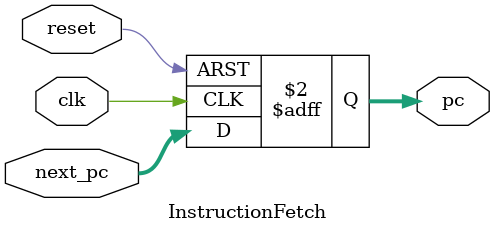
<source format=v>
module InstructionFetch(
    input clk,
    input reset,
    input [31:0] next_pc,
    output reg [31:0] pc
);

    always @(posedge clk or posedge reset) begin
        if (reset) pc <= 32'b0;
        else pc <= next_pc;
    end
endmodule

</source>
